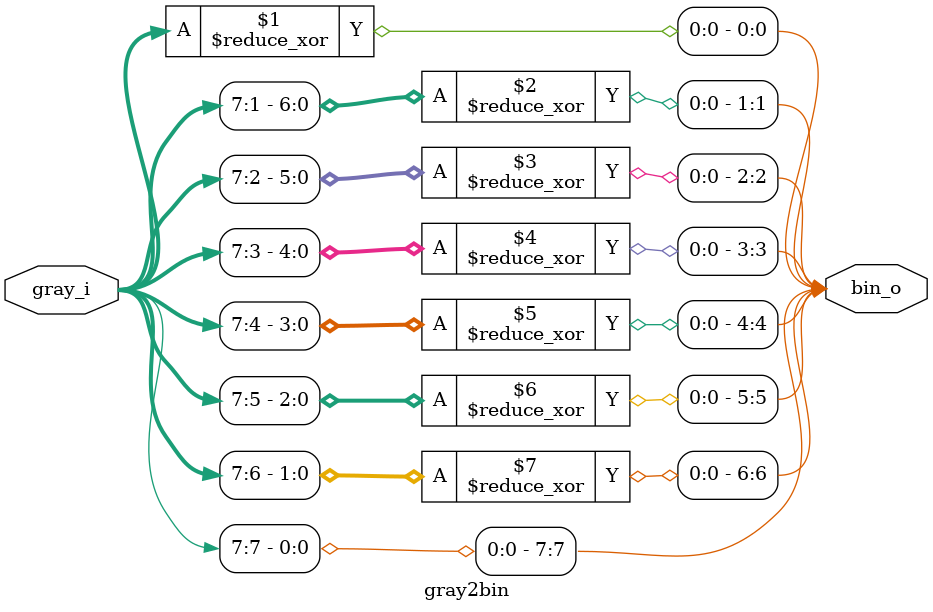
<source format=v>
/* =============================================================================
#     FileName: gray2bin.v
#         Desc: Change gray to binary
#       Author: ChainJJ
#        Email: 1406072501@QQ.com
#     HomePage: CHinA
#      Version: 0.0.1
#   LastChange: 2022-04-25 23:25:21
#      History:
============================================================================= */

// File simulation format
`timescale 1ns/1ps

module                          gray2bin #(
    parameter                   DLY    = 1,
    parameter                   WIDTH  = 8
    )(
    input  wire [WIDTH-1 :0]    gray_i  ,
    output wire [WIDTH-1 :0]    bin_o
    );

genvar i;
generate
    for(i = 0 ; i < WIDTH; i = i + 1) begin : GRAY_2_BINARY
        assign  bin_o[i] = ^ gray_i[WIDTH-1:i];
    end
endgenerate

endmodule


</source>
